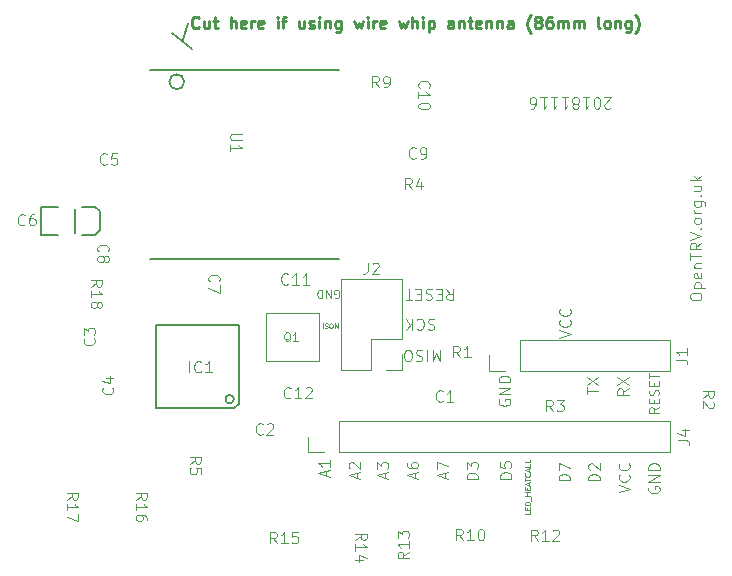
<source format=gbr>
G04 #@! TF.GenerationSoftware,KiCad,Pcbnew,(5.0.0)*
G04 #@! TF.CreationDate,2018-11-21T11:56:39+01:00*
G04 #@! TF.ProjectId,RRAT,525241542E6B696361645F7063620000,rev?*
G04 #@! TF.SameCoordinates,Original*
G04 #@! TF.FileFunction,Legend,Top*
G04 #@! TF.FilePolarity,Positive*
%FSLAX46Y46*%
G04 Gerber Fmt 4.6, Leading zero omitted, Abs format (unit mm)*
G04 Created by KiCad (PCBNEW (5.0.0)) date 11/21/18 11:56:39*
%MOMM*%
%LPD*%
G01*
G04 APERTURE LIST*
%ADD10C,0.080000*%
%ADD11C,0.150000*%
%ADD12C,0.250000*%
%ADD13C,0.203200*%
%ADD14C,0.127000*%
%ADD15C,0.152400*%
%ADD16C,0.120000*%
%ADD17C,0.076000*%
G04 APERTURE END LIST*
D10*
X157908571Y-119681219D02*
X157908571Y-119895505D01*
X157458571Y-119895505D01*
X157672857Y-119531219D02*
X157672857Y-119381219D01*
X157908571Y-119316934D02*
X157908571Y-119531219D01*
X157458571Y-119531219D01*
X157458571Y-119316934D01*
X157908571Y-119124076D02*
X157458571Y-119124076D01*
X157458571Y-119016934D01*
X157480000Y-118952648D01*
X157522857Y-118909791D01*
X157565714Y-118888362D01*
X157651428Y-118866934D01*
X157715714Y-118866934D01*
X157801428Y-118888362D01*
X157844285Y-118909791D01*
X157887142Y-118952648D01*
X157908571Y-119016934D01*
X157908571Y-119124076D01*
X157951428Y-118781219D02*
X157951428Y-118438362D01*
X157908571Y-118331219D02*
X157458571Y-118331219D01*
X157672857Y-118331219D02*
X157672857Y-118074076D01*
X157908571Y-118074076D02*
X157458571Y-118074076D01*
X157672857Y-117859791D02*
X157672857Y-117709791D01*
X157908571Y-117645505D02*
X157908571Y-117859791D01*
X157458571Y-117859791D01*
X157458571Y-117645505D01*
X157780000Y-117474076D02*
X157780000Y-117259791D01*
X157908571Y-117516934D02*
X157458571Y-117366934D01*
X157908571Y-117216934D01*
X157458571Y-117131219D02*
X157458571Y-116874076D01*
X157908571Y-117002648D02*
X157458571Y-117002648D01*
X157865714Y-116466934D02*
X157887142Y-116488362D01*
X157908571Y-116552648D01*
X157908571Y-116595505D01*
X157887142Y-116659791D01*
X157844285Y-116702648D01*
X157801428Y-116724076D01*
X157715714Y-116745505D01*
X157651428Y-116745505D01*
X157565714Y-116724076D01*
X157522857Y-116702648D01*
X157480000Y-116659791D01*
X157458571Y-116595505D01*
X157458571Y-116552648D01*
X157480000Y-116488362D01*
X157501428Y-116466934D01*
X157780000Y-116295505D02*
X157780000Y-116081219D01*
X157908571Y-116338362D02*
X157458571Y-116188362D01*
X157908571Y-116038362D01*
X157908571Y-115674076D02*
X157908571Y-115888362D01*
X157458571Y-115888362D01*
X157908571Y-115309791D02*
X157908571Y-115524076D01*
X157458571Y-115524076D01*
D11*
X128524000Y-79756000D02*
X128948198Y-78334134D01*
X129286000Y-80518000D02*
X127601998Y-79210434D01*
D12*
X129868064Y-78691276D02*
X129820445Y-78738895D01*
X129677588Y-78786514D01*
X129582350Y-78786514D01*
X129439493Y-78738895D01*
X129344255Y-78643657D01*
X129296636Y-78548419D01*
X129249017Y-78357943D01*
X129249017Y-78215086D01*
X129296636Y-78024610D01*
X129344255Y-77929372D01*
X129439493Y-77834134D01*
X129582350Y-77786514D01*
X129677588Y-77786514D01*
X129820445Y-77834134D01*
X129868064Y-77881753D01*
X130725207Y-78119848D02*
X130725207Y-78786514D01*
X130296636Y-78119848D02*
X130296636Y-78643657D01*
X130344255Y-78738895D01*
X130439493Y-78786514D01*
X130582350Y-78786514D01*
X130677588Y-78738895D01*
X130725207Y-78691276D01*
X131058540Y-78119848D02*
X131439493Y-78119848D01*
X131201398Y-77786514D02*
X131201398Y-78643657D01*
X131249017Y-78738895D01*
X131344255Y-78786514D01*
X131439493Y-78786514D01*
X132534731Y-78786514D02*
X132534731Y-77786514D01*
X132963302Y-78786514D02*
X132963302Y-78262705D01*
X132915683Y-78167467D01*
X132820445Y-78119848D01*
X132677588Y-78119848D01*
X132582350Y-78167467D01*
X132534731Y-78215086D01*
X133820445Y-78738895D02*
X133725207Y-78786514D01*
X133534731Y-78786514D01*
X133439493Y-78738895D01*
X133391874Y-78643657D01*
X133391874Y-78262705D01*
X133439493Y-78167467D01*
X133534731Y-78119848D01*
X133725207Y-78119848D01*
X133820445Y-78167467D01*
X133868064Y-78262705D01*
X133868064Y-78357943D01*
X133391874Y-78453181D01*
X134296636Y-78786514D02*
X134296636Y-78119848D01*
X134296636Y-78310324D02*
X134344255Y-78215086D01*
X134391874Y-78167467D01*
X134487112Y-78119848D01*
X134582350Y-78119848D01*
X135296636Y-78738895D02*
X135201398Y-78786514D01*
X135010921Y-78786514D01*
X134915683Y-78738895D01*
X134868064Y-78643657D01*
X134868064Y-78262705D01*
X134915683Y-78167467D01*
X135010921Y-78119848D01*
X135201398Y-78119848D01*
X135296636Y-78167467D01*
X135344255Y-78262705D01*
X135344255Y-78357943D01*
X134868064Y-78453181D01*
X136534731Y-78786514D02*
X136534731Y-78119848D01*
X136534731Y-77786514D02*
X136487112Y-77834134D01*
X136534731Y-77881753D01*
X136582350Y-77834134D01*
X136534731Y-77786514D01*
X136534731Y-77881753D01*
X136868064Y-78119848D02*
X137249017Y-78119848D01*
X137010921Y-78786514D02*
X137010921Y-77929372D01*
X137058540Y-77834134D01*
X137153778Y-77786514D01*
X137249017Y-77786514D01*
X138772826Y-78119848D02*
X138772826Y-78786514D01*
X138344255Y-78119848D02*
X138344255Y-78643657D01*
X138391874Y-78738895D01*
X138487112Y-78786514D01*
X138629969Y-78786514D01*
X138725207Y-78738895D01*
X138772826Y-78691276D01*
X139201398Y-78738895D02*
X139296636Y-78786514D01*
X139487112Y-78786514D01*
X139582350Y-78738895D01*
X139629969Y-78643657D01*
X139629969Y-78596038D01*
X139582350Y-78500800D01*
X139487112Y-78453181D01*
X139344255Y-78453181D01*
X139249017Y-78405562D01*
X139201398Y-78310324D01*
X139201398Y-78262705D01*
X139249017Y-78167467D01*
X139344255Y-78119848D01*
X139487112Y-78119848D01*
X139582350Y-78167467D01*
X140058540Y-78786514D02*
X140058540Y-78119848D01*
X140058540Y-77786514D02*
X140010921Y-77834134D01*
X140058540Y-77881753D01*
X140106159Y-77834134D01*
X140058540Y-77786514D01*
X140058540Y-77881753D01*
X140534731Y-78119848D02*
X140534731Y-78786514D01*
X140534731Y-78215086D02*
X140582350Y-78167467D01*
X140677588Y-78119848D01*
X140820445Y-78119848D01*
X140915683Y-78167467D01*
X140963302Y-78262705D01*
X140963302Y-78786514D01*
X141868064Y-78119848D02*
X141868064Y-78929372D01*
X141820445Y-79024610D01*
X141772826Y-79072229D01*
X141677588Y-79119848D01*
X141534731Y-79119848D01*
X141439493Y-79072229D01*
X141868064Y-78738895D02*
X141772826Y-78786514D01*
X141582350Y-78786514D01*
X141487112Y-78738895D01*
X141439493Y-78691276D01*
X141391874Y-78596038D01*
X141391874Y-78310324D01*
X141439493Y-78215086D01*
X141487112Y-78167467D01*
X141582350Y-78119848D01*
X141772826Y-78119848D01*
X141868064Y-78167467D01*
X143010921Y-78119848D02*
X143201398Y-78786514D01*
X143391874Y-78310324D01*
X143582350Y-78786514D01*
X143772826Y-78119848D01*
X144153778Y-78786514D02*
X144153778Y-78119848D01*
X144153778Y-77786514D02*
X144106159Y-77834134D01*
X144153778Y-77881753D01*
X144201398Y-77834134D01*
X144153778Y-77786514D01*
X144153778Y-77881753D01*
X144629969Y-78786514D02*
X144629969Y-78119848D01*
X144629969Y-78310324D02*
X144677588Y-78215086D01*
X144725207Y-78167467D01*
X144820445Y-78119848D01*
X144915683Y-78119848D01*
X145629969Y-78738895D02*
X145534731Y-78786514D01*
X145344255Y-78786514D01*
X145249017Y-78738895D01*
X145201398Y-78643657D01*
X145201398Y-78262705D01*
X145249017Y-78167467D01*
X145344255Y-78119848D01*
X145534731Y-78119848D01*
X145629969Y-78167467D01*
X145677588Y-78262705D01*
X145677588Y-78357943D01*
X145201398Y-78453181D01*
X146772826Y-78119848D02*
X146963302Y-78786514D01*
X147153778Y-78310324D01*
X147344255Y-78786514D01*
X147534731Y-78119848D01*
X147915683Y-78786514D02*
X147915683Y-77786514D01*
X148344255Y-78786514D02*
X148344255Y-78262705D01*
X148296636Y-78167467D01*
X148201398Y-78119848D01*
X148058540Y-78119848D01*
X147963302Y-78167467D01*
X147915683Y-78215086D01*
X148820445Y-78786514D02*
X148820445Y-78119848D01*
X148820445Y-77786514D02*
X148772826Y-77834134D01*
X148820445Y-77881753D01*
X148868064Y-77834134D01*
X148820445Y-77786514D01*
X148820445Y-77881753D01*
X149296636Y-78119848D02*
X149296636Y-79119848D01*
X149296636Y-78167467D02*
X149391874Y-78119848D01*
X149582350Y-78119848D01*
X149677588Y-78167467D01*
X149725207Y-78215086D01*
X149772826Y-78310324D01*
X149772826Y-78596038D01*
X149725207Y-78691276D01*
X149677588Y-78738895D01*
X149582350Y-78786514D01*
X149391874Y-78786514D01*
X149296636Y-78738895D01*
X151391874Y-78786514D02*
X151391874Y-78262705D01*
X151344255Y-78167467D01*
X151249017Y-78119848D01*
X151058540Y-78119848D01*
X150963302Y-78167467D01*
X151391874Y-78738895D02*
X151296636Y-78786514D01*
X151058540Y-78786514D01*
X150963302Y-78738895D01*
X150915683Y-78643657D01*
X150915683Y-78548419D01*
X150963302Y-78453181D01*
X151058540Y-78405562D01*
X151296636Y-78405562D01*
X151391874Y-78357943D01*
X151868064Y-78119848D02*
X151868064Y-78786514D01*
X151868064Y-78215086D02*
X151915683Y-78167467D01*
X152010921Y-78119848D01*
X152153778Y-78119848D01*
X152249017Y-78167467D01*
X152296636Y-78262705D01*
X152296636Y-78786514D01*
X152629969Y-78119848D02*
X153010921Y-78119848D01*
X152772826Y-77786514D02*
X152772826Y-78643657D01*
X152820445Y-78738895D01*
X152915683Y-78786514D01*
X153010921Y-78786514D01*
X153725207Y-78738895D02*
X153629969Y-78786514D01*
X153439493Y-78786514D01*
X153344255Y-78738895D01*
X153296636Y-78643657D01*
X153296636Y-78262705D01*
X153344255Y-78167467D01*
X153439493Y-78119848D01*
X153629969Y-78119848D01*
X153725207Y-78167467D01*
X153772826Y-78262705D01*
X153772826Y-78357943D01*
X153296636Y-78453181D01*
X154201398Y-78119848D02*
X154201398Y-78786514D01*
X154201398Y-78215086D02*
X154249017Y-78167467D01*
X154344255Y-78119848D01*
X154487112Y-78119848D01*
X154582350Y-78167467D01*
X154629969Y-78262705D01*
X154629969Y-78786514D01*
X155106159Y-78119848D02*
X155106159Y-78786514D01*
X155106159Y-78215086D02*
X155153778Y-78167467D01*
X155249017Y-78119848D01*
X155391874Y-78119848D01*
X155487112Y-78167467D01*
X155534731Y-78262705D01*
X155534731Y-78786514D01*
X156439493Y-78786514D02*
X156439493Y-78262705D01*
X156391874Y-78167467D01*
X156296636Y-78119848D01*
X156106159Y-78119848D01*
X156010921Y-78167467D01*
X156439493Y-78738895D02*
X156344255Y-78786514D01*
X156106159Y-78786514D01*
X156010921Y-78738895D01*
X155963302Y-78643657D01*
X155963302Y-78548419D01*
X156010921Y-78453181D01*
X156106159Y-78405562D01*
X156344255Y-78405562D01*
X156439493Y-78357943D01*
X157963302Y-79167467D02*
X157915683Y-79119848D01*
X157820445Y-78976991D01*
X157772826Y-78881753D01*
X157725207Y-78738895D01*
X157677588Y-78500800D01*
X157677588Y-78310324D01*
X157725207Y-78072229D01*
X157772826Y-77929372D01*
X157820445Y-77834134D01*
X157915683Y-77691276D01*
X157963302Y-77643657D01*
X158487112Y-78215086D02*
X158391874Y-78167467D01*
X158344255Y-78119848D01*
X158296636Y-78024610D01*
X158296636Y-77976991D01*
X158344255Y-77881753D01*
X158391874Y-77834134D01*
X158487112Y-77786514D01*
X158677588Y-77786514D01*
X158772826Y-77834134D01*
X158820445Y-77881753D01*
X158868064Y-77976991D01*
X158868064Y-78024610D01*
X158820445Y-78119848D01*
X158772826Y-78167467D01*
X158677588Y-78215086D01*
X158487112Y-78215086D01*
X158391874Y-78262705D01*
X158344255Y-78310324D01*
X158296636Y-78405562D01*
X158296636Y-78596038D01*
X158344255Y-78691276D01*
X158391874Y-78738895D01*
X158487112Y-78786514D01*
X158677588Y-78786514D01*
X158772826Y-78738895D01*
X158820445Y-78691276D01*
X158868064Y-78596038D01*
X158868064Y-78405562D01*
X158820445Y-78310324D01*
X158772826Y-78262705D01*
X158677588Y-78215086D01*
X159725207Y-77786514D02*
X159534731Y-77786514D01*
X159439493Y-77834134D01*
X159391874Y-77881753D01*
X159296636Y-78024610D01*
X159249017Y-78215086D01*
X159249017Y-78596038D01*
X159296636Y-78691276D01*
X159344255Y-78738895D01*
X159439493Y-78786514D01*
X159629969Y-78786514D01*
X159725207Y-78738895D01*
X159772826Y-78691276D01*
X159820445Y-78596038D01*
X159820445Y-78357943D01*
X159772826Y-78262705D01*
X159725207Y-78215086D01*
X159629969Y-78167467D01*
X159439493Y-78167467D01*
X159344255Y-78215086D01*
X159296636Y-78262705D01*
X159249017Y-78357943D01*
X160249017Y-78786514D02*
X160249017Y-78119848D01*
X160249017Y-78215086D02*
X160296636Y-78167467D01*
X160391874Y-78119848D01*
X160534731Y-78119848D01*
X160629969Y-78167467D01*
X160677588Y-78262705D01*
X160677588Y-78786514D01*
X160677588Y-78262705D02*
X160725207Y-78167467D01*
X160820445Y-78119848D01*
X160963302Y-78119848D01*
X161058540Y-78167467D01*
X161106159Y-78262705D01*
X161106159Y-78786514D01*
X161582350Y-78786514D02*
X161582350Y-78119848D01*
X161582350Y-78215086D02*
X161629969Y-78167467D01*
X161725207Y-78119848D01*
X161868064Y-78119848D01*
X161963302Y-78167467D01*
X162010921Y-78262705D01*
X162010921Y-78786514D01*
X162010921Y-78262705D02*
X162058540Y-78167467D01*
X162153778Y-78119848D01*
X162296636Y-78119848D01*
X162391874Y-78167467D01*
X162439493Y-78262705D01*
X162439493Y-78786514D01*
X163820445Y-78786514D02*
X163725207Y-78738895D01*
X163677588Y-78643657D01*
X163677588Y-77786514D01*
X164344255Y-78786514D02*
X164249017Y-78738895D01*
X164201397Y-78691276D01*
X164153778Y-78596038D01*
X164153778Y-78310324D01*
X164201397Y-78215086D01*
X164249017Y-78167467D01*
X164344255Y-78119848D01*
X164487112Y-78119848D01*
X164582350Y-78167467D01*
X164629969Y-78215086D01*
X164677588Y-78310324D01*
X164677588Y-78596038D01*
X164629969Y-78691276D01*
X164582350Y-78738895D01*
X164487112Y-78786514D01*
X164344255Y-78786514D01*
X165106159Y-78119848D02*
X165106159Y-78786514D01*
X165106159Y-78215086D02*
X165153778Y-78167467D01*
X165249017Y-78119848D01*
X165391874Y-78119848D01*
X165487112Y-78167467D01*
X165534731Y-78262705D01*
X165534731Y-78786514D01*
X166439493Y-78119848D02*
X166439493Y-78929372D01*
X166391874Y-79024610D01*
X166344255Y-79072229D01*
X166249017Y-79119848D01*
X166106159Y-79119848D01*
X166010921Y-79072229D01*
X166439493Y-78738895D02*
X166344255Y-78786514D01*
X166153778Y-78786514D01*
X166058540Y-78738895D01*
X166010921Y-78691276D01*
X165963302Y-78596038D01*
X165963302Y-78310324D01*
X166010921Y-78215086D01*
X166058540Y-78167467D01*
X166153778Y-78119848D01*
X166344255Y-78119848D01*
X166439493Y-78167467D01*
X166820445Y-79167467D02*
X166868064Y-79119848D01*
X166963302Y-78976991D01*
X167010921Y-78881753D01*
X167058540Y-78738895D01*
X167106159Y-78500800D01*
X167106159Y-78310324D01*
X167058540Y-78072229D01*
X167010921Y-77929372D01*
X166963302Y-77834134D01*
X166868064Y-77691276D01*
X166820445Y-77643657D01*
D10*
X141352000Y-101600000D02*
X141418666Y-101633333D01*
X141518666Y-101633333D01*
X141618666Y-101600000D01*
X141685333Y-101533333D01*
X141718666Y-101466666D01*
X141752000Y-101333333D01*
X141752000Y-101233333D01*
X141718666Y-101100000D01*
X141685333Y-101033333D01*
X141618666Y-100966666D01*
X141518666Y-100933333D01*
X141452000Y-100933333D01*
X141352000Y-100966666D01*
X141318666Y-101000000D01*
X141318666Y-101233333D01*
X141452000Y-101233333D01*
X141018666Y-100933333D02*
X141018666Y-101633333D01*
X140618666Y-100933333D01*
X140618666Y-101633333D01*
X140285333Y-100933333D02*
X140285333Y-101633333D01*
X140118666Y-101633333D01*
X140018666Y-101600000D01*
X139952000Y-101533333D01*
X139918666Y-101466666D01*
X139885333Y-101333333D01*
X139885333Y-101233333D01*
X139918666Y-101100000D01*
X139952000Y-101033333D01*
X140018666Y-100966666D01*
X140118666Y-100933333D01*
X140285333Y-100933333D01*
X150816769Y-100810072D02*
X151133436Y-101262453D01*
X151359626Y-100810072D02*
X151359626Y-101760072D01*
X150997721Y-101760072D01*
X150907245Y-101714834D01*
X150862007Y-101669595D01*
X150816769Y-101579119D01*
X150816769Y-101443405D01*
X150862007Y-101352929D01*
X150907245Y-101307691D01*
X150997721Y-101262453D01*
X151359626Y-101262453D01*
X150409626Y-101307691D02*
X150092959Y-101307691D01*
X149957245Y-100810072D02*
X150409626Y-100810072D01*
X150409626Y-101760072D01*
X149957245Y-101760072D01*
X149595340Y-100855310D02*
X149459626Y-100810072D01*
X149233436Y-100810072D01*
X149142959Y-100855310D01*
X149097721Y-100900548D01*
X149052483Y-100991024D01*
X149052483Y-101081500D01*
X149097721Y-101171976D01*
X149142959Y-101217214D01*
X149233436Y-101262453D01*
X149414388Y-101307691D01*
X149504864Y-101352929D01*
X149550102Y-101398167D01*
X149595340Y-101488643D01*
X149595340Y-101579119D01*
X149550102Y-101669595D01*
X149504864Y-101714834D01*
X149414388Y-101760072D01*
X149188198Y-101760072D01*
X149052483Y-101714834D01*
X148645340Y-101307691D02*
X148328674Y-101307691D01*
X148192959Y-100810072D02*
X148645340Y-100810072D01*
X148645340Y-101760072D01*
X148192959Y-101760072D01*
X147921531Y-101760072D02*
X147378674Y-101760072D01*
X147650102Y-100810072D02*
X147650102Y-101760072D01*
X149797707Y-103395310D02*
X149661993Y-103350072D01*
X149435802Y-103350072D01*
X149345326Y-103395310D01*
X149300088Y-103440548D01*
X149254850Y-103531024D01*
X149254850Y-103621500D01*
X149300088Y-103711976D01*
X149345326Y-103757214D01*
X149435802Y-103802453D01*
X149616755Y-103847691D01*
X149707231Y-103892929D01*
X149752469Y-103938167D01*
X149797707Y-104028643D01*
X149797707Y-104119119D01*
X149752469Y-104209595D01*
X149707231Y-104254834D01*
X149616755Y-104300072D01*
X149390564Y-104300072D01*
X149254850Y-104254834D01*
X148304850Y-103440548D02*
X148350088Y-103395310D01*
X148485802Y-103350072D01*
X148576278Y-103350072D01*
X148711993Y-103395310D01*
X148802469Y-103485786D01*
X148847707Y-103576262D01*
X148892945Y-103757214D01*
X148892945Y-103892929D01*
X148847707Y-104073881D01*
X148802469Y-104164357D01*
X148711993Y-104254834D01*
X148576278Y-104300072D01*
X148485802Y-104300072D01*
X148350088Y-104254834D01*
X148304850Y-104209595D01*
X147897707Y-103350072D02*
X147897707Y-104300072D01*
X147354850Y-103350072D02*
X147761993Y-103892929D01*
X147354850Y-104300072D02*
X147897707Y-103757214D01*
X150271502Y-106004372D02*
X150271502Y-106954372D01*
X149954836Y-106275800D01*
X149638169Y-106954372D01*
X149638169Y-106004372D01*
X149185788Y-106004372D02*
X149185788Y-106954372D01*
X148778645Y-106049610D02*
X148642931Y-106004372D01*
X148416740Y-106004372D01*
X148326264Y-106049610D01*
X148281026Y-106094848D01*
X148235788Y-106185324D01*
X148235788Y-106275800D01*
X148281026Y-106366276D01*
X148326264Y-106411514D01*
X148416740Y-106456753D01*
X148597693Y-106501991D01*
X148688169Y-106547229D01*
X148733407Y-106592467D01*
X148778645Y-106682943D01*
X148778645Y-106773419D01*
X148733407Y-106863895D01*
X148688169Y-106909134D01*
X148597693Y-106954372D01*
X148371502Y-106954372D01*
X148235788Y-106909134D01*
X147647693Y-106954372D02*
X147466740Y-106954372D01*
X147376264Y-106909134D01*
X147285788Y-106818657D01*
X147240550Y-106637705D01*
X147240550Y-106321038D01*
X147285788Y-106140086D01*
X147376264Y-106049610D01*
X147466740Y-106004372D01*
X147647693Y-106004372D01*
X147738169Y-106049610D01*
X147828645Y-106140086D01*
X147873883Y-106321038D01*
X147873883Y-106637705D01*
X147828645Y-106818657D01*
X147738169Y-106909134D01*
X147647693Y-106954372D01*
X141612380Y-103759047D02*
X141612380Y-104159047D01*
X141479047Y-103873333D01*
X141345714Y-104159047D01*
X141345714Y-103759047D01*
X141079047Y-104159047D02*
X141002857Y-104159047D01*
X140964761Y-104140000D01*
X140926666Y-104101904D01*
X140907619Y-104025714D01*
X140907619Y-103892380D01*
X140926666Y-103816190D01*
X140964761Y-103778095D01*
X141002857Y-103759047D01*
X141079047Y-103759047D01*
X141117142Y-103778095D01*
X141155238Y-103816190D01*
X141174285Y-103892380D01*
X141174285Y-104025714D01*
X141155238Y-104101904D01*
X141117142Y-104140000D01*
X141079047Y-104159047D01*
X140755238Y-103778095D02*
X140698095Y-103759047D01*
X140602857Y-103759047D01*
X140564761Y-103778095D01*
X140545714Y-103797142D01*
X140526666Y-103835238D01*
X140526666Y-103873333D01*
X140545714Y-103911428D01*
X140564761Y-103930476D01*
X140602857Y-103949523D01*
X140679047Y-103968571D01*
X140717142Y-103987619D01*
X140736190Y-104006666D01*
X140755238Y-104044761D01*
X140755238Y-104082857D01*
X140736190Y-104120952D01*
X140717142Y-104140000D01*
X140679047Y-104159047D01*
X140583809Y-104159047D01*
X140526666Y-104140000D01*
X140355238Y-103759047D02*
X140355238Y-104159047D01*
X143221331Y-116855829D02*
X143221331Y-116403448D01*
X143492759Y-116946305D02*
X142542759Y-116629638D01*
X143492759Y-116312972D01*
X142633236Y-116041543D02*
X142587998Y-115996305D01*
X142542759Y-115905829D01*
X142542759Y-115679638D01*
X142587998Y-115589162D01*
X142633236Y-115543924D01*
X142723712Y-115498686D01*
X142814188Y-115498686D01*
X142949902Y-115543924D01*
X143492759Y-116086781D01*
X143492759Y-115498686D01*
X145608931Y-116855829D02*
X145608931Y-116403448D01*
X145880359Y-116946305D02*
X144930359Y-116629638D01*
X145880359Y-116312972D01*
X144930359Y-116086781D02*
X144930359Y-115498686D01*
X145292264Y-115815353D01*
X145292264Y-115679638D01*
X145337502Y-115589162D01*
X145382740Y-115543924D01*
X145473217Y-115498686D01*
X145699407Y-115498686D01*
X145789883Y-115543924D01*
X145835121Y-115589162D01*
X145880359Y-115679638D01*
X145880359Y-115951067D01*
X145835121Y-116041543D01*
X145789883Y-116086781D01*
X140655931Y-116690729D02*
X140655931Y-116238348D01*
X140927359Y-116781205D02*
X139977359Y-116464538D01*
X140927359Y-116147872D01*
X140927359Y-115333586D02*
X140927359Y-115876443D01*
X140927359Y-115605014D02*
X139977359Y-115605014D01*
X140113074Y-115695491D01*
X140203550Y-115785967D01*
X140248788Y-115876443D01*
X150688931Y-116855829D02*
X150688931Y-116403448D01*
X150960359Y-116946305D02*
X150010359Y-116629638D01*
X150960359Y-116312972D01*
X150010359Y-116086781D02*
X150010359Y-115453448D01*
X150960359Y-115860591D01*
X148136231Y-116855829D02*
X148136231Y-116403448D01*
X148407659Y-116946305D02*
X147457659Y-116629638D01*
X148407659Y-116312972D01*
X147457659Y-115589162D02*
X147457659Y-115770114D01*
X147502898Y-115860591D01*
X147548136Y-115905829D01*
X147683850Y-115996305D01*
X147864802Y-116041543D01*
X148226707Y-116041543D01*
X148317183Y-115996305D01*
X148362421Y-115951067D01*
X148407659Y-115860591D01*
X148407659Y-115679638D01*
X148362421Y-115589162D01*
X148317183Y-115543924D01*
X148226707Y-115498686D01*
X148000517Y-115498686D01*
X147910040Y-115543924D01*
X147864802Y-115589162D01*
X147819564Y-115679638D01*
X147819564Y-115860591D01*
X147864802Y-115951067D01*
X147910040Y-115996305D01*
X148000517Y-116041543D01*
X153474959Y-116946305D02*
X152524959Y-116946305D01*
X152524959Y-116720114D01*
X152570198Y-116584400D01*
X152660674Y-116493924D01*
X152751150Y-116448686D01*
X152932102Y-116403448D01*
X153067817Y-116403448D01*
X153248769Y-116448686D01*
X153339245Y-116493924D01*
X153429721Y-116584400D01*
X153474959Y-116720114D01*
X153474959Y-116946305D01*
X152524959Y-116086781D02*
X152524959Y-115498686D01*
X152886864Y-115815353D01*
X152886864Y-115679638D01*
X152932102Y-115589162D01*
X152977340Y-115543924D01*
X153067817Y-115498686D01*
X153294007Y-115498686D01*
X153384483Y-115543924D01*
X153429721Y-115589162D01*
X153474959Y-115679638D01*
X153474959Y-115951067D01*
X153429721Y-116041543D01*
X153384483Y-116086781D01*
X161260059Y-117060605D02*
X160310059Y-117060605D01*
X160310059Y-116834414D01*
X160355298Y-116698700D01*
X160445774Y-116608224D01*
X160536250Y-116562986D01*
X160717202Y-116517748D01*
X160852917Y-116517748D01*
X161033869Y-116562986D01*
X161124345Y-116608224D01*
X161214821Y-116698700D01*
X161260059Y-116834414D01*
X161260059Y-117060605D01*
X160310059Y-116201081D02*
X160310059Y-115567748D01*
X161260059Y-115974891D01*
X156307059Y-116895505D02*
X155357059Y-116895505D01*
X155357059Y-116669314D01*
X155402298Y-116533600D01*
X155492774Y-116443124D01*
X155583250Y-116397886D01*
X155764202Y-116352648D01*
X155899917Y-116352648D01*
X156080869Y-116397886D01*
X156171345Y-116443124D01*
X156261821Y-116533600D01*
X156307059Y-116669314D01*
X156307059Y-116895505D01*
X155357059Y-115493124D02*
X155357059Y-115945505D01*
X155809440Y-115990743D01*
X155764202Y-115945505D01*
X155718964Y-115855029D01*
X155718964Y-115628838D01*
X155764202Y-115538362D01*
X155809440Y-115493124D01*
X155899917Y-115447886D01*
X156126107Y-115447886D01*
X156216583Y-115493124D01*
X156261821Y-115538362D01*
X156307059Y-115628838D01*
X156307059Y-115855029D01*
X156261821Y-115945505D01*
X156216583Y-115990743D01*
X165390059Y-118055843D02*
X166340059Y-117739176D01*
X165390059Y-117422510D01*
X166249583Y-116562986D02*
X166294821Y-116608224D01*
X166340059Y-116743938D01*
X166340059Y-116834414D01*
X166294821Y-116970129D01*
X166204345Y-117060605D01*
X166113869Y-117105843D01*
X165932917Y-117151081D01*
X165797202Y-117151081D01*
X165616250Y-117105843D01*
X165525774Y-117060605D01*
X165435298Y-116970129D01*
X165390059Y-116834414D01*
X165390059Y-116743938D01*
X165435298Y-116608224D01*
X165480536Y-116562986D01*
X166249583Y-115612986D02*
X166294821Y-115658224D01*
X166340059Y-115793938D01*
X166340059Y-115884414D01*
X166294821Y-116020129D01*
X166204345Y-116110605D01*
X166113869Y-116155843D01*
X165932917Y-116201081D01*
X165797202Y-116201081D01*
X165616250Y-116155843D01*
X165525774Y-116110605D01*
X165435298Y-116020129D01*
X165390059Y-115884414D01*
X165390059Y-115793938D01*
X165435298Y-115658224D01*
X165480536Y-115612986D01*
X163787359Y-117060605D02*
X162837359Y-117060605D01*
X162837359Y-116834414D01*
X162882598Y-116698700D01*
X162973074Y-116608224D01*
X163063550Y-116562986D01*
X163244502Y-116517748D01*
X163380217Y-116517748D01*
X163561169Y-116562986D01*
X163651645Y-116608224D01*
X163742121Y-116698700D01*
X163787359Y-116834414D01*
X163787359Y-117060605D01*
X162927836Y-116155843D02*
X162882598Y-116110605D01*
X162837359Y-116020129D01*
X162837359Y-115793938D01*
X162882598Y-115703462D01*
X162927836Y-115658224D01*
X163018312Y-115612986D01*
X163108788Y-115612986D01*
X163244502Y-115658224D01*
X163787359Y-116201081D01*
X163787359Y-115612986D01*
X167949898Y-117603462D02*
X167904659Y-117693938D01*
X167904659Y-117829653D01*
X167949898Y-117965367D01*
X168040374Y-118055843D01*
X168130850Y-118101081D01*
X168311802Y-118146319D01*
X168447517Y-118146319D01*
X168628469Y-118101081D01*
X168718945Y-118055843D01*
X168809421Y-117965367D01*
X168854659Y-117829653D01*
X168854659Y-117739176D01*
X168809421Y-117603462D01*
X168764183Y-117558224D01*
X168447517Y-117558224D01*
X168447517Y-117739176D01*
X168854659Y-117151081D02*
X167904659Y-117151081D01*
X168854659Y-116608224D01*
X167904659Y-116608224D01*
X168854659Y-116155843D02*
X167904659Y-116155843D01*
X167904659Y-115929653D01*
X167949898Y-115793938D01*
X168040374Y-115703462D01*
X168130850Y-115658224D01*
X168311802Y-115612986D01*
X168447517Y-115612986D01*
X168628469Y-115658224D01*
X168718945Y-115703462D01*
X168809421Y-115793938D01*
X168854659Y-115929653D01*
X168854659Y-116155843D01*
X155300698Y-110186662D02*
X155255459Y-110277138D01*
X155255459Y-110412853D01*
X155300698Y-110548567D01*
X155391174Y-110639043D01*
X155481650Y-110684281D01*
X155662602Y-110729519D01*
X155798317Y-110729519D01*
X155979269Y-110684281D01*
X156069745Y-110639043D01*
X156160221Y-110548567D01*
X156205459Y-110412853D01*
X156205459Y-110322376D01*
X156160221Y-110186662D01*
X156114983Y-110141424D01*
X155798317Y-110141424D01*
X155798317Y-110322376D01*
X156205459Y-109734281D02*
X155255459Y-109734281D01*
X156205459Y-109191424D01*
X155255459Y-109191424D01*
X156205459Y-108739043D02*
X155255459Y-108739043D01*
X155255459Y-108512853D01*
X155300698Y-108377138D01*
X155391174Y-108286662D01*
X155481650Y-108241424D01*
X155662602Y-108196186D01*
X155798317Y-108196186D01*
X155979269Y-108241424D01*
X156069745Y-108286662D01*
X156160221Y-108377138D01*
X156205459Y-108512853D01*
X156205459Y-108739043D01*
X160378639Y-104957063D02*
X161328639Y-104640396D01*
X160378639Y-104323730D01*
X161238163Y-103464206D02*
X161283401Y-103509444D01*
X161328639Y-103645158D01*
X161328639Y-103735634D01*
X161283401Y-103871349D01*
X161192925Y-103961825D01*
X161102449Y-104007063D01*
X160921497Y-104052301D01*
X160785782Y-104052301D01*
X160604830Y-104007063D01*
X160514354Y-103961825D01*
X160423878Y-103871349D01*
X160378639Y-103735634D01*
X160378639Y-103645158D01*
X160423878Y-103509444D01*
X160469116Y-103464206D01*
X161238163Y-102514206D02*
X161283401Y-102559444D01*
X161328639Y-102695158D01*
X161328639Y-102785634D01*
X161283401Y-102921349D01*
X161192925Y-103011825D01*
X161102449Y-103057063D01*
X160921497Y-103102301D01*
X160785782Y-103102301D01*
X160604830Y-103057063D01*
X160514354Y-103011825D01*
X160423878Y-102921349D01*
X160378639Y-102785634D01*
X160378639Y-102695158D01*
X160423878Y-102559444D01*
X160469116Y-102514206D01*
X162735759Y-109718429D02*
X162735759Y-109175572D01*
X163685759Y-109447000D02*
X162735759Y-109447000D01*
X162735759Y-108949381D02*
X163685759Y-108316048D01*
X162735759Y-108316048D02*
X163685759Y-108949381D01*
X166238459Y-109266048D02*
X165786078Y-109582714D01*
X166238459Y-109808905D02*
X165288459Y-109808905D01*
X165288459Y-109447000D01*
X165333698Y-109356524D01*
X165378936Y-109311286D01*
X165469412Y-109266048D01*
X165605126Y-109266048D01*
X165695602Y-109311286D01*
X165740840Y-109356524D01*
X165786078Y-109447000D01*
X165786078Y-109808905D01*
X165288459Y-108949381D02*
X166238459Y-108316048D01*
X165288459Y-108316048D02*
X166238459Y-108949381D01*
X168775302Y-110859662D02*
X168394350Y-111126329D01*
X168775302Y-111316805D02*
X167975302Y-111316805D01*
X167975302Y-111012043D01*
X168013398Y-110935853D01*
X168051493Y-110897757D01*
X168127683Y-110859662D01*
X168241969Y-110859662D01*
X168318159Y-110897757D01*
X168356255Y-110935853D01*
X168394350Y-111012043D01*
X168394350Y-111316805D01*
X168356255Y-110516805D02*
X168356255Y-110250138D01*
X168775302Y-110135853D02*
X168775302Y-110516805D01*
X167975302Y-110516805D01*
X167975302Y-110135853D01*
X168737207Y-109831091D02*
X168775302Y-109716805D01*
X168775302Y-109526329D01*
X168737207Y-109450138D01*
X168699112Y-109412043D01*
X168622921Y-109373948D01*
X168546731Y-109373948D01*
X168470540Y-109412043D01*
X168432445Y-109450138D01*
X168394350Y-109526329D01*
X168356255Y-109678710D01*
X168318159Y-109754900D01*
X168280064Y-109792995D01*
X168203874Y-109831091D01*
X168127683Y-109831091D01*
X168051493Y-109792995D01*
X168013398Y-109754900D01*
X167975302Y-109678710D01*
X167975302Y-109488234D01*
X168013398Y-109373948D01*
X168356255Y-109031091D02*
X168356255Y-108764424D01*
X168775302Y-108650138D02*
X168775302Y-109031091D01*
X167975302Y-109031091D01*
X167975302Y-108650138D01*
X167975302Y-108421567D02*
X167975302Y-107964424D01*
X168775302Y-108192995D02*
X167975302Y-108192995D01*
X164733940Y-85477095D02*
X164688702Y-85522334D01*
X164598226Y-85567572D01*
X164372036Y-85567572D01*
X164281559Y-85522334D01*
X164236321Y-85477095D01*
X164191083Y-85386619D01*
X164191083Y-85296143D01*
X164236321Y-85160429D01*
X164779178Y-84617572D01*
X164191083Y-84617572D01*
X163602988Y-85567572D02*
X163512512Y-85567572D01*
X163422036Y-85522334D01*
X163376798Y-85477095D01*
X163331559Y-85386619D01*
X163286321Y-85205667D01*
X163286321Y-84979476D01*
X163331559Y-84798524D01*
X163376798Y-84708048D01*
X163422036Y-84662810D01*
X163512512Y-84617572D01*
X163602988Y-84617572D01*
X163693464Y-84662810D01*
X163738702Y-84708048D01*
X163783940Y-84798524D01*
X163829178Y-84979476D01*
X163829178Y-85205667D01*
X163783940Y-85386619D01*
X163738702Y-85477095D01*
X163693464Y-85522334D01*
X163602988Y-85567572D01*
X162381559Y-84617572D02*
X162924417Y-84617572D01*
X162652988Y-84617572D02*
X162652988Y-85567572D01*
X162743464Y-85431857D01*
X162833940Y-85341381D01*
X162924417Y-85296143D01*
X161838702Y-85160429D02*
X161929178Y-85205667D01*
X161974417Y-85250905D01*
X162019655Y-85341381D01*
X162019655Y-85386619D01*
X161974417Y-85477095D01*
X161929178Y-85522334D01*
X161838702Y-85567572D01*
X161657750Y-85567572D01*
X161567274Y-85522334D01*
X161522036Y-85477095D01*
X161476798Y-85386619D01*
X161476798Y-85341381D01*
X161522036Y-85250905D01*
X161567274Y-85205667D01*
X161657750Y-85160429D01*
X161838702Y-85160429D01*
X161929178Y-85115191D01*
X161974417Y-85069953D01*
X162019655Y-84979476D01*
X162019655Y-84798524D01*
X161974417Y-84708048D01*
X161929178Y-84662810D01*
X161838702Y-84617572D01*
X161657750Y-84617572D01*
X161567274Y-84662810D01*
X161522036Y-84708048D01*
X161476798Y-84798524D01*
X161476798Y-84979476D01*
X161522036Y-85069953D01*
X161567274Y-85115191D01*
X161657750Y-85160429D01*
X160572036Y-84617572D02*
X161114893Y-84617572D01*
X160843464Y-84617572D02*
X160843464Y-85567572D01*
X160933940Y-85431857D01*
X161024417Y-85341381D01*
X161114893Y-85296143D01*
X159667274Y-84617572D02*
X160210131Y-84617572D01*
X159938702Y-84617572D02*
X159938702Y-85567572D01*
X160029178Y-85431857D01*
X160119655Y-85341381D01*
X160210131Y-85296143D01*
X158762512Y-84617572D02*
X159305369Y-84617572D01*
X159033940Y-84617572D02*
X159033940Y-85567572D01*
X159124417Y-85431857D01*
X159214893Y-85341381D01*
X159305369Y-85296143D01*
X157948226Y-85567572D02*
X158129178Y-85567572D01*
X158219655Y-85522334D01*
X158264893Y-85477095D01*
X158355369Y-85341381D01*
X158400607Y-85160429D01*
X158400607Y-84798524D01*
X158355369Y-84708048D01*
X158310131Y-84662810D01*
X158219655Y-84617572D01*
X158038702Y-84617572D01*
X157948226Y-84662810D01*
X157902988Y-84708048D01*
X157857750Y-84798524D01*
X157857750Y-85024714D01*
X157902988Y-85115191D01*
X157948226Y-85160429D01*
X158038702Y-85205667D01*
X158219655Y-85205667D01*
X158310131Y-85160429D01*
X158355369Y-85115191D01*
X158400607Y-85024714D01*
X171457891Y-101561370D02*
X171457891Y-101380417D01*
X171503130Y-101289941D01*
X171593606Y-101199465D01*
X171774558Y-101154227D01*
X172091225Y-101154227D01*
X172272177Y-101199465D01*
X172362653Y-101289941D01*
X172407891Y-101380417D01*
X172407891Y-101561370D01*
X172362653Y-101651846D01*
X172272177Y-101742322D01*
X172091225Y-101787560D01*
X171774558Y-101787560D01*
X171593606Y-101742322D01*
X171503130Y-101651846D01*
X171457891Y-101561370D01*
X171774558Y-100747084D02*
X172724558Y-100747084D01*
X171819796Y-100747084D02*
X171774558Y-100656608D01*
X171774558Y-100475655D01*
X171819796Y-100385179D01*
X171865034Y-100339941D01*
X171955510Y-100294703D01*
X172226939Y-100294703D01*
X172317415Y-100339941D01*
X172362653Y-100385179D01*
X172407891Y-100475655D01*
X172407891Y-100656608D01*
X172362653Y-100747084D01*
X172362653Y-99525655D02*
X172407891Y-99616132D01*
X172407891Y-99797084D01*
X172362653Y-99887560D01*
X172272177Y-99932798D01*
X171910272Y-99932798D01*
X171819796Y-99887560D01*
X171774558Y-99797084D01*
X171774558Y-99616132D01*
X171819796Y-99525655D01*
X171910272Y-99480417D01*
X172000749Y-99480417D01*
X172091225Y-99932798D01*
X171774558Y-99073274D02*
X172407891Y-99073274D01*
X171865034Y-99073274D02*
X171819796Y-99028036D01*
X171774558Y-98937560D01*
X171774558Y-98801846D01*
X171819796Y-98711370D01*
X171910272Y-98666132D01*
X172407891Y-98666132D01*
X171457891Y-98349465D02*
X171457891Y-97806608D01*
X172407891Y-98078036D02*
X171457891Y-98078036D01*
X172407891Y-96947084D02*
X171955510Y-97263751D01*
X172407891Y-97489941D02*
X171457891Y-97489941D01*
X171457891Y-97128036D01*
X171503130Y-97037560D01*
X171548368Y-96992322D01*
X171638844Y-96947084D01*
X171774558Y-96947084D01*
X171865034Y-96992322D01*
X171910272Y-97037560D01*
X171955510Y-97128036D01*
X171955510Y-97489941D01*
X171457891Y-96675655D02*
X172407891Y-96358989D01*
X171457891Y-96042322D01*
X172317415Y-95725655D02*
X172362653Y-95680417D01*
X172407891Y-95725655D01*
X172362653Y-95770893D01*
X172317415Y-95725655D01*
X172407891Y-95725655D01*
X172407891Y-95137560D02*
X172362653Y-95228036D01*
X172317415Y-95273274D01*
X172226939Y-95318513D01*
X171955510Y-95318513D01*
X171865034Y-95273274D01*
X171819796Y-95228036D01*
X171774558Y-95137560D01*
X171774558Y-95001846D01*
X171819796Y-94911370D01*
X171865034Y-94866132D01*
X171955510Y-94820893D01*
X172226939Y-94820893D01*
X172317415Y-94866132D01*
X172362653Y-94911370D01*
X172407891Y-95001846D01*
X172407891Y-95137560D01*
X172407891Y-94413751D02*
X171774558Y-94413751D01*
X171955510Y-94413751D02*
X171865034Y-94368513D01*
X171819796Y-94323274D01*
X171774558Y-94232798D01*
X171774558Y-94142322D01*
X171774558Y-93418513D02*
X172543606Y-93418513D01*
X172634082Y-93463751D01*
X172679320Y-93508989D01*
X172724558Y-93599465D01*
X172724558Y-93735179D01*
X172679320Y-93825655D01*
X172362653Y-93418513D02*
X172407891Y-93508989D01*
X172407891Y-93689941D01*
X172362653Y-93780417D01*
X172317415Y-93825655D01*
X172226939Y-93870893D01*
X171955510Y-93870893D01*
X171865034Y-93825655D01*
X171819796Y-93780417D01*
X171774558Y-93689941D01*
X171774558Y-93508989D01*
X171819796Y-93418513D01*
X172317415Y-92966132D02*
X172362653Y-92920893D01*
X172407891Y-92966132D01*
X172362653Y-93011370D01*
X172317415Y-92966132D01*
X172407891Y-92966132D01*
X171774558Y-92106608D02*
X172407891Y-92106608D01*
X171774558Y-92513751D02*
X172272177Y-92513751D01*
X172362653Y-92468513D01*
X172407891Y-92378036D01*
X172407891Y-92242322D01*
X172362653Y-92151846D01*
X172317415Y-92106608D01*
X172407891Y-91654227D02*
X171457891Y-91654227D01*
X172045987Y-91563751D02*
X172407891Y-91292322D01*
X171774558Y-91292322D02*
X172136463Y-91654227D01*
D13*
G04 #@! TO.C,C6*
X117965998Y-96272734D02*
X116465998Y-96272734D01*
X116465998Y-96272734D02*
X116465998Y-93872734D01*
X116465998Y-93872734D02*
X117965998Y-93872734D01*
X119965998Y-96272734D02*
X121065998Y-96272734D01*
X121065998Y-96272734D02*
X121465998Y-95872734D01*
X121465998Y-95872734D02*
X121465998Y-94272734D01*
X121465998Y-94272734D02*
X121065998Y-93872734D01*
X121065998Y-93872734D02*
X119965998Y-93872734D01*
D14*
X119346998Y-94056734D02*
X119346998Y-96088734D01*
D15*
G04 #@! TO.C,IC1*
X132821398Y-110167734D02*
G75*
G03X132821398Y-110167734I-359200J0D01*
G01*
X132868998Y-110929534D02*
X133223998Y-110574534D01*
X132868998Y-110929534D02*
X126213998Y-110929534D01*
X133223998Y-103919534D02*
X133223998Y-110574534D01*
X126213998Y-103919534D02*
X133223998Y-103919534D01*
X126213998Y-110929534D02*
X126213998Y-103919534D01*
D16*
G04 #@! TO.C,J1*
X154410118Y-107792094D02*
X154410118Y-106462094D01*
X155740118Y-107792094D02*
X154410118Y-107792094D01*
X157010118Y-107792094D02*
X157010118Y-105132094D01*
X157010118Y-105132094D02*
X169770118Y-105132094D01*
X157010118Y-107792094D02*
X169770118Y-107792094D01*
X169770118Y-107792094D02*
X169770118Y-105132094D01*
G04 #@! TO.C,J2*
X147067598Y-107705734D02*
X145737598Y-107705734D01*
X147067598Y-106375734D02*
X147067598Y-107705734D01*
X144467598Y-107705734D02*
X141867598Y-107705734D01*
X144467598Y-105105734D02*
X144467598Y-107705734D01*
X147067598Y-105105734D02*
X144467598Y-105105734D01*
X141867598Y-107705734D02*
X141867598Y-99965734D01*
X147067598Y-105105734D02*
X147067598Y-99965734D01*
X147067598Y-99965734D02*
X141867598Y-99965734D01*
D14*
G04 #@! TO.C,U1*
X128612398Y-83301434D02*
G75*
G03X128612398Y-83301434I-635000J0D01*
G01*
D13*
X141692398Y-98286434D02*
X125692398Y-98286434D01*
X125692398Y-82286434D02*
X141692398Y-82286434D01*
D16*
G04 #@! TO.C,J4*
X139118798Y-114679634D02*
X139118798Y-113349634D01*
X140448798Y-114679634D02*
X139118798Y-114679634D01*
X141718798Y-114679634D02*
X141718798Y-112019634D01*
X141718798Y-112019634D02*
X169718798Y-112019634D01*
X141718798Y-114679634D02*
X169718798Y-114679634D01*
X169718798Y-114679634D02*
X169718798Y-112019634D01*
G04 #@! TO.C,Q1*
X140012318Y-102880694D02*
X135552318Y-102880694D01*
X135552318Y-102880694D02*
X135552318Y-106944694D01*
X140012318Y-102880694D02*
X140012318Y-106944694D01*
X140012318Y-106944694D02*
X135552318Y-106944694D01*
G04 #@! TO.C,R15*
D17*
X136454447Y-122382761D02*
X136137780Y-121930380D01*
X135911590Y-122382761D02*
X135911590Y-121432761D01*
X136273495Y-121432761D01*
X136363971Y-121478000D01*
X136409209Y-121523238D01*
X136454447Y-121613714D01*
X136454447Y-121749428D01*
X136409209Y-121839904D01*
X136363971Y-121885142D01*
X136273495Y-121930380D01*
X135911590Y-121930380D01*
X137359209Y-122382761D02*
X136816352Y-122382761D01*
X137087780Y-122382761D02*
X137087780Y-121432761D01*
X136997304Y-121568476D01*
X136906828Y-121658952D01*
X136816352Y-121704190D01*
X138218733Y-121432761D02*
X137766352Y-121432761D01*
X137721114Y-121885142D01*
X137766352Y-121839904D01*
X137856828Y-121794666D01*
X138083019Y-121794666D01*
X138173495Y-121839904D01*
X138218733Y-121885142D01*
X138263971Y-121975619D01*
X138263971Y-122201809D01*
X138218733Y-122292285D01*
X138173495Y-122337523D01*
X138083019Y-122382761D01*
X137856828Y-122382761D01*
X137766352Y-122337523D01*
X137721114Y-122292285D01*
G04 #@! TO.C,C6*
X115118447Y-95368285D02*
X115073209Y-95413523D01*
X114937495Y-95458761D01*
X114847019Y-95458761D01*
X114711304Y-95413523D01*
X114620828Y-95323047D01*
X114575590Y-95232571D01*
X114530352Y-95051619D01*
X114530352Y-94915904D01*
X114575590Y-94734952D01*
X114620828Y-94644476D01*
X114711304Y-94554000D01*
X114847019Y-94508761D01*
X114937495Y-94508761D01*
X115073209Y-94554000D01*
X115118447Y-94599238D01*
X115932733Y-94508761D02*
X115751780Y-94508761D01*
X115661304Y-94554000D01*
X115616066Y-94599238D01*
X115525590Y-94734952D01*
X115480352Y-94915904D01*
X115480352Y-95277809D01*
X115525590Y-95368285D01*
X115570828Y-95413523D01*
X115661304Y-95458761D01*
X115842257Y-95458761D01*
X115932733Y-95413523D01*
X115977971Y-95368285D01*
X116023209Y-95277809D01*
X116023209Y-95051619D01*
X115977971Y-94961142D01*
X115932733Y-94915904D01*
X115842257Y-94870666D01*
X115661304Y-94870666D01*
X115570828Y-94915904D01*
X115525590Y-94961142D01*
X115480352Y-95051619D01*
G04 #@! TO.C,IC1*
X129053590Y-107904761D02*
X129053590Y-106954761D01*
X130048828Y-107814285D02*
X130003590Y-107859523D01*
X129867876Y-107904761D01*
X129777400Y-107904761D01*
X129641685Y-107859523D01*
X129551209Y-107769047D01*
X129505971Y-107678571D01*
X129460733Y-107497619D01*
X129460733Y-107361904D01*
X129505971Y-107180952D01*
X129551209Y-107090476D01*
X129641685Y-107000000D01*
X129777400Y-106954761D01*
X129867876Y-106954761D01*
X130003590Y-107000000D01*
X130048828Y-107045238D01*
X130953590Y-107904761D02*
X130410733Y-107904761D01*
X130682161Y-107904761D02*
X130682161Y-106954761D01*
X130591685Y-107090476D01*
X130501209Y-107180952D01*
X130410733Y-107226190D01*
G04 #@! TO.C,J1*
X170274459Y-106832100D02*
X170953031Y-106832100D01*
X171088745Y-106877338D01*
X171179221Y-106967814D01*
X171224459Y-107103529D01*
X171224459Y-107194005D01*
X171224459Y-105882100D02*
X171224459Y-106424957D01*
X171224459Y-106153529D02*
X170274459Y-106153529D01*
X170410174Y-106244005D01*
X170500650Y-106334481D01*
X170545888Y-106424957D01*
G04 #@! TO.C,J2*
X144150931Y-98616495D02*
X144150931Y-99295067D01*
X144105693Y-99430781D01*
X144015217Y-99521257D01*
X143879502Y-99566495D01*
X143789026Y-99566495D01*
X144558074Y-98706972D02*
X144603312Y-98661734D01*
X144693788Y-98616495D01*
X144919978Y-98616495D01*
X145010455Y-98661734D01*
X145055693Y-98706972D01*
X145100931Y-98797448D01*
X145100931Y-98887924D01*
X145055693Y-99023638D01*
X144512836Y-99566495D01*
X145100931Y-99566495D01*
G04 #@! TO.C,R4*
X147884447Y-92410761D02*
X147567780Y-91958380D01*
X147341590Y-92410761D02*
X147341590Y-91460761D01*
X147703495Y-91460761D01*
X147793971Y-91506000D01*
X147839209Y-91551238D01*
X147884447Y-91641714D01*
X147884447Y-91777428D01*
X147839209Y-91867904D01*
X147793971Y-91913142D01*
X147703495Y-91958380D01*
X147341590Y-91958380D01*
X148698733Y-91777428D02*
X148698733Y-92410761D01*
X148472542Y-91415523D02*
X148246352Y-92094095D01*
X148834447Y-92094095D01*
G04 #@! TO.C,R5*
X129077238Y-115626447D02*
X129529619Y-115309780D01*
X129077238Y-115083590D02*
X130027238Y-115083590D01*
X130027238Y-115445495D01*
X129982000Y-115535971D01*
X129936761Y-115581209D01*
X129846285Y-115626447D01*
X129710571Y-115626447D01*
X129620095Y-115581209D01*
X129574857Y-115535971D01*
X129529619Y-115445495D01*
X129529619Y-115083590D01*
X130027238Y-116485971D02*
X130027238Y-116033590D01*
X129574857Y-115988352D01*
X129620095Y-116033590D01*
X129665333Y-116124066D01*
X129665333Y-116350257D01*
X129620095Y-116440733D01*
X129574857Y-116485971D01*
X129484380Y-116531209D01*
X129258190Y-116531209D01*
X129167714Y-116485971D01*
X129122476Y-116440733D01*
X129077238Y-116350257D01*
X129077238Y-116124066D01*
X129122476Y-116033590D01*
X129167714Y-115988352D01*
G04 #@! TO.C,U1*
X133463836Y-87698024D02*
X132694788Y-87698024D01*
X132604312Y-87743262D01*
X132559074Y-87788500D01*
X132513836Y-87878976D01*
X132513836Y-88059929D01*
X132559074Y-88150405D01*
X132604312Y-88195643D01*
X132694788Y-88240881D01*
X133463836Y-88240881D01*
X132513836Y-89190881D02*
X132513836Y-88648024D01*
X132513836Y-88919453D02*
X133463836Y-88919453D01*
X133328121Y-88828976D01*
X133237645Y-88738500D01*
X133192407Y-88648024D01*
G04 #@! TO.C,J4*
X170421761Y-113666300D02*
X171100333Y-113666300D01*
X171236047Y-113711538D01*
X171326523Y-113802014D01*
X171371761Y-113937729D01*
X171371761Y-114028205D01*
X170738428Y-112806776D02*
X171371761Y-112806776D01*
X170376523Y-113032967D02*
X171055095Y-113259157D01*
X171055095Y-112671062D01*
G04 #@! TO.C,C2*
X135262885Y-113082285D02*
X135217647Y-113127523D01*
X135081933Y-113172761D01*
X134991457Y-113172761D01*
X134855742Y-113127523D01*
X134765266Y-113037047D01*
X134720028Y-112946571D01*
X134674790Y-112765619D01*
X134674790Y-112629904D01*
X134720028Y-112448952D01*
X134765266Y-112358476D01*
X134855742Y-112268000D01*
X134991457Y-112222761D01*
X135081933Y-112222761D01*
X135217647Y-112268000D01*
X135262885Y-112313238D01*
X135624790Y-112313238D02*
X135670028Y-112268000D01*
X135760504Y-112222761D01*
X135986695Y-112222761D01*
X136077171Y-112268000D01*
X136122409Y-112313238D01*
X136167647Y-112403714D01*
X136167647Y-112494190D01*
X136122409Y-112629904D01*
X135579552Y-113172761D01*
X136167647Y-113172761D01*
G04 #@! TO.C,C3*
X120956285Y-105021114D02*
X121001523Y-105066352D01*
X121046761Y-105202066D01*
X121046761Y-105292542D01*
X121001523Y-105428257D01*
X120911047Y-105518733D01*
X120820571Y-105563971D01*
X120639619Y-105609209D01*
X120503904Y-105609209D01*
X120322952Y-105563971D01*
X120232476Y-105518733D01*
X120142000Y-105428257D01*
X120096761Y-105292542D01*
X120096761Y-105202066D01*
X120142000Y-105066352D01*
X120187238Y-105021114D01*
X120096761Y-104704447D02*
X120096761Y-104116352D01*
X120458666Y-104433019D01*
X120458666Y-104297304D01*
X120503904Y-104206828D01*
X120549142Y-104161590D01*
X120639619Y-104116352D01*
X120865809Y-104116352D01*
X120956285Y-104161590D01*
X121001523Y-104206828D01*
X121046761Y-104297304D01*
X121046761Y-104568733D01*
X121001523Y-104659209D01*
X120956285Y-104704447D01*
G04 #@! TO.C,Q1*
X137601333Y-105285333D02*
X137534666Y-105252000D01*
X137468000Y-105185333D01*
X137368000Y-105085333D01*
X137301333Y-105052000D01*
X137234666Y-105052000D01*
X137268000Y-105218666D02*
X137201333Y-105185333D01*
X137134666Y-105118666D01*
X137101333Y-104985333D01*
X137101333Y-104752000D01*
X137134666Y-104618666D01*
X137201333Y-104552000D01*
X137268000Y-104518666D01*
X137401333Y-104518666D01*
X137468000Y-104552000D01*
X137534666Y-104618666D01*
X137568000Y-104752000D01*
X137568000Y-104985333D01*
X137534666Y-105118666D01*
X137468000Y-105185333D01*
X137401333Y-105218666D01*
X137268000Y-105218666D01*
X138234666Y-105218666D02*
X137834666Y-105218666D01*
X138034666Y-105218666D02*
X138034666Y-104518666D01*
X137968000Y-104618666D01*
X137901333Y-104685333D01*
X137834666Y-104718666D01*
G04 #@! TO.C,C5*
X122054885Y-90222285D02*
X122009647Y-90267523D01*
X121873933Y-90312761D01*
X121783457Y-90312761D01*
X121647742Y-90267523D01*
X121557266Y-90177047D01*
X121512028Y-90086571D01*
X121466790Y-89905619D01*
X121466790Y-89769904D01*
X121512028Y-89588952D01*
X121557266Y-89498476D01*
X121647742Y-89408000D01*
X121783457Y-89362761D01*
X121873933Y-89362761D01*
X122009647Y-89408000D01*
X122054885Y-89453238D01*
X122914409Y-89362761D02*
X122462028Y-89362761D01*
X122416790Y-89815142D01*
X122462028Y-89769904D01*
X122552504Y-89724666D01*
X122778695Y-89724666D01*
X122869171Y-89769904D01*
X122914409Y-89815142D01*
X122959647Y-89905619D01*
X122959647Y-90131809D01*
X122914409Y-90222285D01*
X122869171Y-90267523D01*
X122778695Y-90312761D01*
X122552504Y-90312761D01*
X122462028Y-90267523D01*
X122416790Y-90222285D01*
G04 #@! TO.C,C4*
X122523483Y-109187248D02*
X122568721Y-109232486D01*
X122613959Y-109368200D01*
X122613959Y-109458676D01*
X122568721Y-109594391D01*
X122478245Y-109684867D01*
X122387769Y-109730105D01*
X122206817Y-109775343D01*
X122071102Y-109775343D01*
X121890150Y-109730105D01*
X121799674Y-109684867D01*
X121709198Y-109594391D01*
X121663959Y-109458676D01*
X121663959Y-109368200D01*
X121709198Y-109232486D01*
X121754436Y-109187248D01*
X121980626Y-108372962D02*
X122613959Y-108372962D01*
X121618721Y-108599153D02*
X122297293Y-108825343D01*
X122297293Y-108237248D01*
G04 #@! TO.C,C1*
X150502885Y-110288285D02*
X150457647Y-110333523D01*
X150321933Y-110378761D01*
X150231457Y-110378761D01*
X150095742Y-110333523D01*
X150005266Y-110243047D01*
X149960028Y-110152571D01*
X149914790Y-109971619D01*
X149914790Y-109835904D01*
X149960028Y-109654952D01*
X150005266Y-109564476D01*
X150095742Y-109474000D01*
X150231457Y-109428761D01*
X150321933Y-109428761D01*
X150457647Y-109474000D01*
X150502885Y-109519238D01*
X151407647Y-110378761D02*
X150864790Y-110378761D01*
X151136219Y-110378761D02*
X151136219Y-109428761D01*
X151045742Y-109564476D01*
X150955266Y-109654952D01*
X150864790Y-109700190D01*
G04 #@! TO.C,C7*
X130757714Y-100210885D02*
X130712476Y-100165647D01*
X130667238Y-100029933D01*
X130667238Y-99939457D01*
X130712476Y-99803742D01*
X130802952Y-99713266D01*
X130893428Y-99668028D01*
X131074380Y-99622790D01*
X131210095Y-99622790D01*
X131391047Y-99668028D01*
X131481523Y-99713266D01*
X131572000Y-99803742D01*
X131617238Y-99939457D01*
X131617238Y-100029933D01*
X131572000Y-100165647D01*
X131526761Y-100210885D01*
X131617238Y-100527552D02*
X131617238Y-101160885D01*
X130667238Y-100753742D01*
G04 #@! TO.C,C8*
X121359714Y-97670885D02*
X121314476Y-97625647D01*
X121269238Y-97489933D01*
X121269238Y-97399457D01*
X121314476Y-97263742D01*
X121404952Y-97173266D01*
X121495428Y-97128028D01*
X121676380Y-97082790D01*
X121812095Y-97082790D01*
X121993047Y-97128028D01*
X122083523Y-97173266D01*
X122174000Y-97263742D01*
X122219238Y-97399457D01*
X122219238Y-97489933D01*
X122174000Y-97625647D01*
X122128761Y-97670885D01*
X121812095Y-98213742D02*
X121857333Y-98123266D01*
X121902571Y-98078028D01*
X121993047Y-98032790D01*
X122038285Y-98032790D01*
X122128761Y-98078028D01*
X122174000Y-98123266D01*
X122219238Y-98213742D01*
X122219238Y-98394695D01*
X122174000Y-98485171D01*
X122128761Y-98530409D01*
X122038285Y-98575647D01*
X121993047Y-98575647D01*
X121902571Y-98530409D01*
X121857333Y-98485171D01*
X121812095Y-98394695D01*
X121812095Y-98213742D01*
X121766857Y-98123266D01*
X121721619Y-98078028D01*
X121631142Y-98032790D01*
X121450190Y-98032790D01*
X121359714Y-98078028D01*
X121314476Y-98123266D01*
X121269238Y-98213742D01*
X121269238Y-98394695D01*
X121314476Y-98485171D01*
X121359714Y-98530409D01*
X121450190Y-98575647D01*
X121631142Y-98575647D01*
X121721619Y-98530409D01*
X121766857Y-98485171D01*
X121812095Y-98394695D01*
G04 #@! TO.C,C9*
X148216885Y-89714285D02*
X148171647Y-89759523D01*
X148035933Y-89804761D01*
X147945457Y-89804761D01*
X147809742Y-89759523D01*
X147719266Y-89669047D01*
X147674028Y-89578571D01*
X147628790Y-89397619D01*
X147628790Y-89261904D01*
X147674028Y-89080952D01*
X147719266Y-88990476D01*
X147809742Y-88900000D01*
X147945457Y-88854761D01*
X148035933Y-88854761D01*
X148171647Y-88900000D01*
X148216885Y-88945238D01*
X148669266Y-89804761D02*
X148850219Y-89804761D01*
X148940695Y-89759523D01*
X148985933Y-89714285D01*
X149076409Y-89578571D01*
X149121647Y-89397619D01*
X149121647Y-89035714D01*
X149076409Y-88945238D01*
X149031171Y-88900000D01*
X148940695Y-88854761D01*
X148759742Y-88854761D01*
X148669266Y-88900000D01*
X148624028Y-88945238D01*
X148578790Y-89035714D01*
X148578790Y-89261904D01*
X148624028Y-89352380D01*
X148669266Y-89397619D01*
X148759742Y-89442857D01*
X148940695Y-89442857D01*
X149031171Y-89397619D01*
X149076409Y-89352380D01*
X149121647Y-89261904D01*
G04 #@! TO.C,C10*
X148537714Y-83812123D02*
X148492476Y-83766885D01*
X148447238Y-83631171D01*
X148447238Y-83540695D01*
X148492476Y-83404980D01*
X148582952Y-83314504D01*
X148673428Y-83269266D01*
X148854380Y-83224028D01*
X148990095Y-83224028D01*
X149171047Y-83269266D01*
X149261523Y-83314504D01*
X149352000Y-83404980D01*
X149397238Y-83540695D01*
X149397238Y-83631171D01*
X149352000Y-83766885D01*
X149306761Y-83812123D01*
X148447238Y-84716885D02*
X148447238Y-84174028D01*
X148447238Y-84445457D02*
X149397238Y-84445457D01*
X149261523Y-84354980D01*
X149171047Y-84264504D01*
X149125809Y-84174028D01*
X149397238Y-85304980D02*
X149397238Y-85395457D01*
X149352000Y-85485933D01*
X149306761Y-85531171D01*
X149216285Y-85576409D01*
X149035333Y-85621647D01*
X148809142Y-85621647D01*
X148628190Y-85576409D01*
X148537714Y-85531171D01*
X148492476Y-85485933D01*
X148447238Y-85395457D01*
X148447238Y-85304980D01*
X148492476Y-85214504D01*
X148537714Y-85169266D01*
X148628190Y-85124028D01*
X148809142Y-85078790D01*
X149035333Y-85078790D01*
X149216285Y-85124028D01*
X149306761Y-85169266D01*
X149352000Y-85214504D01*
X149397238Y-85304980D01*
G04 #@! TO.C,R1*
X151948447Y-106634761D02*
X151631780Y-106182380D01*
X151405590Y-106634761D02*
X151405590Y-105684761D01*
X151767495Y-105684761D01*
X151857971Y-105730000D01*
X151903209Y-105775238D01*
X151948447Y-105865714D01*
X151948447Y-106001428D01*
X151903209Y-106091904D01*
X151857971Y-106137142D01*
X151767495Y-106182380D01*
X151405590Y-106182380D01*
X152853209Y-106634761D02*
X152310352Y-106634761D01*
X152581780Y-106634761D02*
X152581780Y-105684761D01*
X152491304Y-105820476D01*
X152400828Y-105910952D01*
X152310352Y-105956190D01*
G04 #@! TO.C,R2*
X172511238Y-110038447D02*
X172963619Y-109721780D01*
X172511238Y-109495590D02*
X173461238Y-109495590D01*
X173461238Y-109857495D01*
X173416000Y-109947971D01*
X173370761Y-109993209D01*
X173280285Y-110038447D01*
X173144571Y-110038447D01*
X173054095Y-109993209D01*
X173008857Y-109947971D01*
X172963619Y-109857495D01*
X172963619Y-109495590D01*
X173370761Y-110400352D02*
X173416000Y-110445590D01*
X173461238Y-110536066D01*
X173461238Y-110762257D01*
X173416000Y-110852733D01*
X173370761Y-110897971D01*
X173280285Y-110943209D01*
X173189809Y-110943209D01*
X173054095Y-110897971D01*
X172511238Y-110355114D01*
X172511238Y-110943209D01*
G04 #@! TO.C,C11*
X137406123Y-100382285D02*
X137360885Y-100427523D01*
X137225171Y-100472761D01*
X137134695Y-100472761D01*
X136998980Y-100427523D01*
X136908504Y-100337047D01*
X136863266Y-100246571D01*
X136818028Y-100065619D01*
X136818028Y-99929904D01*
X136863266Y-99748952D01*
X136908504Y-99658476D01*
X136998980Y-99568000D01*
X137134695Y-99522761D01*
X137225171Y-99522761D01*
X137360885Y-99568000D01*
X137406123Y-99613238D01*
X138310885Y-100472761D02*
X137768028Y-100472761D01*
X138039457Y-100472761D02*
X138039457Y-99522761D01*
X137948980Y-99658476D01*
X137858504Y-99748952D01*
X137768028Y-99794190D01*
X139215647Y-100472761D02*
X138672790Y-100472761D01*
X138944219Y-100472761D02*
X138944219Y-99522761D01*
X138853742Y-99658476D01*
X138763266Y-99748952D01*
X138672790Y-99794190D01*
G04 #@! TO.C,C12*
X137622041Y-110004339D02*
X137576803Y-110049577D01*
X137441089Y-110094815D01*
X137350613Y-110094815D01*
X137214898Y-110049577D01*
X137124422Y-109959101D01*
X137079184Y-109868625D01*
X137033946Y-109687673D01*
X137033946Y-109551958D01*
X137079184Y-109371006D01*
X137124422Y-109280530D01*
X137214898Y-109190054D01*
X137350613Y-109144815D01*
X137441089Y-109144815D01*
X137576803Y-109190054D01*
X137622041Y-109235292D01*
X138526803Y-110094815D02*
X137983946Y-110094815D01*
X138255375Y-110094815D02*
X138255375Y-109144815D01*
X138164898Y-109280530D01*
X138074422Y-109371006D01*
X137983946Y-109416244D01*
X138888708Y-109235292D02*
X138933946Y-109190054D01*
X139024422Y-109144815D01*
X139250613Y-109144815D01*
X139341089Y-109190054D01*
X139386327Y-109235292D01*
X139431565Y-109325768D01*
X139431565Y-109416244D01*
X139386327Y-109551958D01*
X138843470Y-110094815D01*
X139431565Y-110094815D01*
G04 #@! TO.C,R9*
X145090447Y-83774761D02*
X144773780Y-83322380D01*
X144547590Y-83774761D02*
X144547590Y-82824761D01*
X144909495Y-82824761D01*
X144999971Y-82870000D01*
X145045209Y-82915238D01*
X145090447Y-83005714D01*
X145090447Y-83141428D01*
X145045209Y-83231904D01*
X144999971Y-83277142D01*
X144909495Y-83322380D01*
X144547590Y-83322380D01*
X145542828Y-83774761D02*
X145723780Y-83774761D01*
X145814257Y-83729523D01*
X145859495Y-83684285D01*
X145949971Y-83548571D01*
X145995209Y-83367619D01*
X145995209Y-83005714D01*
X145949971Y-82915238D01*
X145904733Y-82870000D01*
X145814257Y-82824761D01*
X145633304Y-82824761D01*
X145542828Y-82870000D01*
X145497590Y-82915238D01*
X145452352Y-83005714D01*
X145452352Y-83231904D01*
X145497590Y-83322380D01*
X145542828Y-83367619D01*
X145633304Y-83412857D01*
X145814257Y-83412857D01*
X145904733Y-83367619D01*
X145949971Y-83322380D01*
X145995209Y-83231904D01*
G04 #@! TO.C,R10*
X152202447Y-122128761D02*
X151885780Y-121676380D01*
X151659590Y-122128761D02*
X151659590Y-121178761D01*
X152021495Y-121178761D01*
X152111971Y-121224000D01*
X152157209Y-121269238D01*
X152202447Y-121359714D01*
X152202447Y-121495428D01*
X152157209Y-121585904D01*
X152111971Y-121631142D01*
X152021495Y-121676380D01*
X151659590Y-121676380D01*
X153107209Y-122128761D02*
X152564352Y-122128761D01*
X152835780Y-122128761D02*
X152835780Y-121178761D01*
X152745304Y-121314476D01*
X152654828Y-121404952D01*
X152564352Y-121450190D01*
X153695304Y-121178761D02*
X153785780Y-121178761D01*
X153876257Y-121224000D01*
X153921495Y-121269238D01*
X153966733Y-121359714D01*
X154011971Y-121540666D01*
X154011971Y-121766857D01*
X153966733Y-121947809D01*
X153921495Y-122038285D01*
X153876257Y-122083523D01*
X153785780Y-122128761D01*
X153695304Y-122128761D01*
X153604828Y-122083523D01*
X153559590Y-122038285D01*
X153514352Y-121947809D01*
X153469114Y-121766857D01*
X153469114Y-121540666D01*
X153514352Y-121359714D01*
X153559590Y-121269238D01*
X153604828Y-121224000D01*
X153695304Y-121178761D01*
G04 #@! TO.C,R12*
X158552447Y-122167395D02*
X158235780Y-121715014D01*
X158009590Y-122167395D02*
X158009590Y-121217395D01*
X158371495Y-121217395D01*
X158461971Y-121262634D01*
X158507209Y-121307872D01*
X158552447Y-121398348D01*
X158552447Y-121534062D01*
X158507209Y-121624538D01*
X158461971Y-121669776D01*
X158371495Y-121715014D01*
X158009590Y-121715014D01*
X159457209Y-122167395D02*
X158914352Y-122167395D01*
X159185780Y-122167395D02*
X159185780Y-121217395D01*
X159095304Y-121353110D01*
X159004828Y-121443586D01*
X158914352Y-121488824D01*
X159819114Y-121307872D02*
X159864352Y-121262634D01*
X159954828Y-121217395D01*
X160181019Y-121217395D01*
X160271495Y-121262634D01*
X160316733Y-121307872D01*
X160361971Y-121398348D01*
X160361971Y-121488824D01*
X160316733Y-121624538D01*
X159773876Y-122167395D01*
X160361971Y-122167395D01*
G04 #@! TO.C,R13*
X147622759Y-123108686D02*
X147170378Y-123425353D01*
X147622759Y-123651543D02*
X146672759Y-123651543D01*
X146672759Y-123289638D01*
X146717998Y-123199162D01*
X146763236Y-123153924D01*
X146853712Y-123108686D01*
X146989426Y-123108686D01*
X147079902Y-123153924D01*
X147125140Y-123199162D01*
X147170378Y-123289638D01*
X147170378Y-123651543D01*
X147622759Y-122203924D02*
X147622759Y-122746781D01*
X147622759Y-122475353D02*
X146672759Y-122475353D01*
X146808474Y-122565829D01*
X146898950Y-122656305D01*
X146944188Y-122746781D01*
X146672759Y-121887257D02*
X146672759Y-121299162D01*
X147034664Y-121615829D01*
X147034664Y-121480114D01*
X147079902Y-121389638D01*
X147125140Y-121344400D01*
X147215617Y-121299162D01*
X147441807Y-121299162D01*
X147532283Y-121344400D01*
X147577521Y-121389638D01*
X147622759Y-121480114D01*
X147622759Y-121751543D01*
X147577521Y-121842019D01*
X147532283Y-121887257D01*
G04 #@! TO.C,R14*
X143103136Y-122091281D02*
X143555517Y-121774614D01*
X143103136Y-121548424D02*
X144053136Y-121548424D01*
X144053136Y-121910329D01*
X144007898Y-122000805D01*
X143962659Y-122046043D01*
X143872183Y-122091281D01*
X143736469Y-122091281D01*
X143645993Y-122046043D01*
X143600755Y-122000805D01*
X143555517Y-121910329D01*
X143555517Y-121548424D01*
X143103136Y-122996043D02*
X143103136Y-122453186D01*
X143103136Y-122724614D02*
X144053136Y-122724614D01*
X143917421Y-122634138D01*
X143826945Y-122543662D01*
X143781707Y-122453186D01*
X143736469Y-123810329D02*
X143103136Y-123810329D01*
X144098374Y-123584138D02*
X143419802Y-123357948D01*
X143419802Y-123946043D01*
G04 #@! TO.C,R16*
X124505238Y-118674447D02*
X124957619Y-118357780D01*
X124505238Y-118131590D02*
X125455238Y-118131590D01*
X125455238Y-118493495D01*
X125410000Y-118583971D01*
X125364761Y-118629209D01*
X125274285Y-118674447D01*
X125138571Y-118674447D01*
X125048095Y-118629209D01*
X125002857Y-118583971D01*
X124957619Y-118493495D01*
X124957619Y-118131590D01*
X124505238Y-119579209D02*
X124505238Y-119036352D01*
X124505238Y-119307780D02*
X125455238Y-119307780D01*
X125319523Y-119217304D01*
X125229047Y-119126828D01*
X125183809Y-119036352D01*
X125455238Y-120393495D02*
X125455238Y-120212542D01*
X125410000Y-120122066D01*
X125364761Y-120076828D01*
X125229047Y-119986352D01*
X125048095Y-119941114D01*
X124686190Y-119941114D01*
X124595714Y-119986352D01*
X124550476Y-120031590D01*
X124505238Y-120122066D01*
X124505238Y-120303019D01*
X124550476Y-120393495D01*
X124595714Y-120438733D01*
X124686190Y-120483971D01*
X124912380Y-120483971D01*
X125002857Y-120438733D01*
X125048095Y-120393495D01*
X125093333Y-120303019D01*
X125093333Y-120122066D01*
X125048095Y-120031590D01*
X125002857Y-119986352D01*
X124912380Y-119941114D01*
G04 #@! TO.C,R17*
X118663238Y-118674447D02*
X119115619Y-118357780D01*
X118663238Y-118131590D02*
X119613238Y-118131590D01*
X119613238Y-118493495D01*
X119568000Y-118583971D01*
X119522761Y-118629209D01*
X119432285Y-118674447D01*
X119296571Y-118674447D01*
X119206095Y-118629209D01*
X119160857Y-118583971D01*
X119115619Y-118493495D01*
X119115619Y-118131590D01*
X118663238Y-119579209D02*
X118663238Y-119036352D01*
X118663238Y-119307780D02*
X119613238Y-119307780D01*
X119477523Y-119217304D01*
X119387047Y-119126828D01*
X119341809Y-119036352D01*
X119613238Y-119895876D02*
X119613238Y-120529209D01*
X118663238Y-120122066D01*
G04 #@! TO.C,R18*
X120695238Y-100640447D02*
X121147619Y-100323780D01*
X120695238Y-100097590D02*
X121645238Y-100097590D01*
X121645238Y-100459495D01*
X121600000Y-100549971D01*
X121554761Y-100595209D01*
X121464285Y-100640447D01*
X121328571Y-100640447D01*
X121238095Y-100595209D01*
X121192857Y-100549971D01*
X121147619Y-100459495D01*
X121147619Y-100097590D01*
X120695238Y-101545209D02*
X120695238Y-101002352D01*
X120695238Y-101273780D02*
X121645238Y-101273780D01*
X121509523Y-101183304D01*
X121419047Y-101092828D01*
X121373809Y-101002352D01*
X121238095Y-102088066D02*
X121283333Y-101997590D01*
X121328571Y-101952352D01*
X121419047Y-101907114D01*
X121464285Y-101907114D01*
X121554761Y-101952352D01*
X121600000Y-101997590D01*
X121645238Y-102088066D01*
X121645238Y-102269019D01*
X121600000Y-102359495D01*
X121554761Y-102404733D01*
X121464285Y-102449971D01*
X121419047Y-102449971D01*
X121328571Y-102404733D01*
X121283333Y-102359495D01*
X121238095Y-102269019D01*
X121238095Y-102088066D01*
X121192857Y-101997590D01*
X121147619Y-101952352D01*
X121057142Y-101907114D01*
X120876190Y-101907114D01*
X120785714Y-101952352D01*
X120740476Y-101997590D01*
X120695238Y-102088066D01*
X120695238Y-102269019D01*
X120740476Y-102359495D01*
X120785714Y-102404733D01*
X120876190Y-102449971D01*
X121057142Y-102449971D01*
X121147619Y-102404733D01*
X121192857Y-102359495D01*
X121238095Y-102269019D01*
G04 #@! TO.C,R3*
X159822447Y-111206761D02*
X159505780Y-110754380D01*
X159279590Y-111206761D02*
X159279590Y-110256761D01*
X159641495Y-110256761D01*
X159731971Y-110302000D01*
X159777209Y-110347238D01*
X159822447Y-110437714D01*
X159822447Y-110573428D01*
X159777209Y-110663904D01*
X159731971Y-110709142D01*
X159641495Y-110754380D01*
X159279590Y-110754380D01*
X160139114Y-110256761D02*
X160727209Y-110256761D01*
X160410542Y-110618666D01*
X160546257Y-110618666D01*
X160636733Y-110663904D01*
X160681971Y-110709142D01*
X160727209Y-110799619D01*
X160727209Y-111025809D01*
X160681971Y-111116285D01*
X160636733Y-111161523D01*
X160546257Y-111206761D01*
X160274828Y-111206761D01*
X160184352Y-111161523D01*
X160139114Y-111116285D01*
G04 #@! TD*
M02*

</source>
